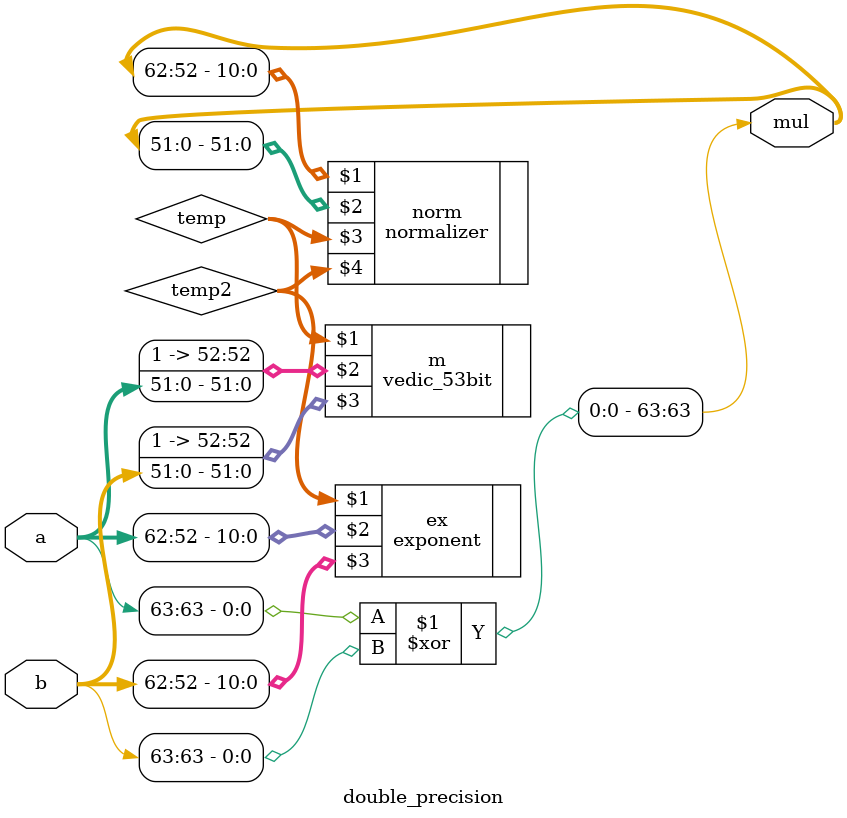
<source format=v>
`timescale 1ns / 1ps


module double_precision(mul,a,b);
input [63:0] a,b;
output [63:0] mul;
wire [105:0] temp;
wire [10:0] temp2;
assign mul[63] = a[63]^b[63];
exponent ex(temp2,a[62:52],b[62:52]);
vedic_53bit m(temp,{1'b1,a[51:0]},{1'b1,b[51:0]});
normalizer norm(mul[62:52],mul[51:0],temp,temp2);
endmodule

</source>
